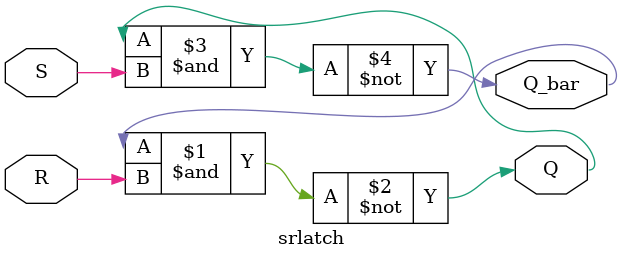
<source format=v>
`timescale 1ns / 1ps


module srlatch(
    input S,
    input R,
    output Q,
    output Q_bar
    );
    
 
    
nand u1(Q, Q_bar, R),
     u2(Q_bar, Q, S);
    
    
endmodule

</source>
